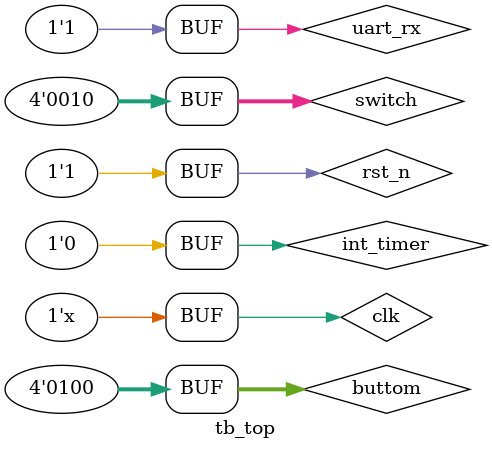
<source format=v>
`timescale 1ns / 1ps

module tb_top;

    reg        clk;
    reg        rst_n;
    reg        int_timer;
    reg  [3:0] buttom;
    reg  [3:0] switch;
    wire [3:0] led;
    reg        uart_rx;  // UART接收端口
    wire       uart_tx;  // UART发送端口

    always #5 clk <= ~clk;

    initial begin
        clk <= 0;
        rst_n <= 0;
        int_timer <= 0;
        buttom <= 4'h1;
        switch <= 4'h2;
        uart_rx <= 1;

        #15 rst_n <= 1'b1;
        // #67 int_timer <= 1'b1;
        // #10 int_timer <= 1'b0;
        #500
        buttom <= 4'h2;
        #500
        buttom <= 4'h3;
        #500
        buttom <= 4'h4;
    end

    top top (
        .clk      (clk),
        .rst_n    (rst_n),
        .int_timer(int_timer),
        .buttom   (buttom),
        .switch   (switch),
        .led      (led),
        .uart_rx  (uart_rx),
        .uart_tx  (uart_tx)
    );

endmodule

</source>
